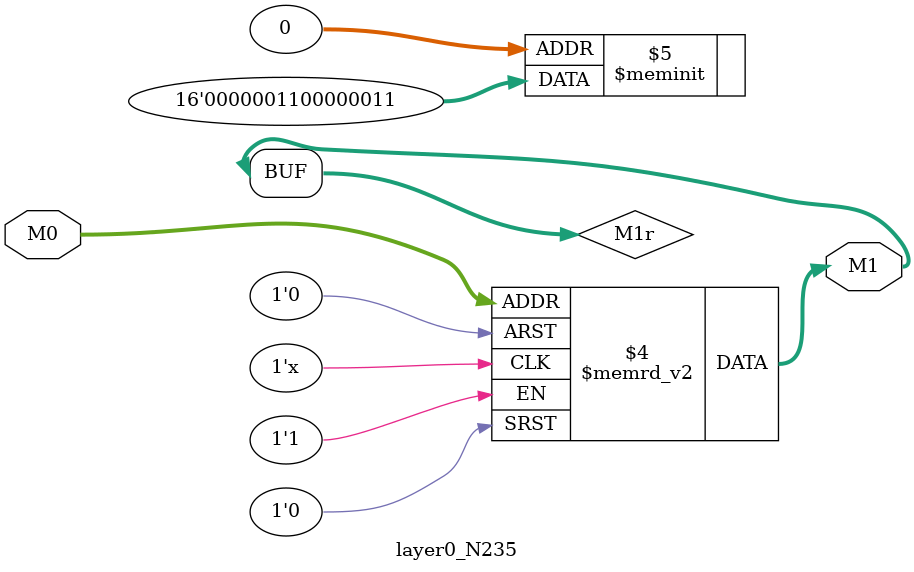
<source format=v>
module layer0_N235 ( input [2:0] M0, output [1:0] M1 );

	(*rom_style = "distributed" *) reg [1:0] M1r;
	assign M1 = M1r;
	always @ (M0) begin
		case (M0)
			3'b000: M1r = 2'b11;
			3'b100: M1r = 2'b11;
			3'b010: M1r = 2'b00;
			3'b110: M1r = 2'b00;
			3'b001: M1r = 2'b00;
			3'b101: M1r = 2'b00;
			3'b011: M1r = 2'b00;
			3'b111: M1r = 2'b00;

		endcase
	end
endmodule

</source>
